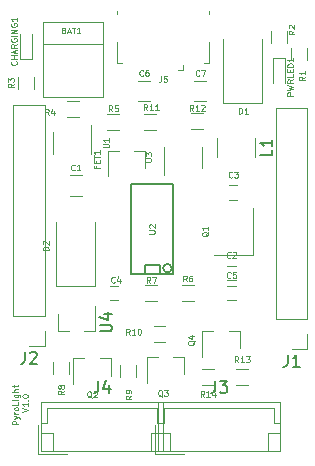
<source format=gbr>
G04 #@! TF.GenerationSoftware,KiCad,Pcbnew,(5.1.5)-3*
G04 #@! TF.CreationDate,2020-03-05T02:26:09+05:30*
G04 #@! TF.ProjectId,Pyrolight,5079726f-6c69-4676-9874-2e6b69636164,V1.0*
G04 #@! TF.SameCoordinates,Original*
G04 #@! TF.FileFunction,Legend,Top*
G04 #@! TF.FilePolarity,Positive*
%FSLAX46Y46*%
G04 Gerber Fmt 4.6, Leading zero omitted, Abs format (unit mm)*
G04 Created by KiCad (PCBNEW (5.1.5)-3) date 2020-03-05 02:26:09*
%MOMM*%
%LPD*%
G04 APERTURE LIST*
%ADD10C,0.080000*%
%ADD11C,0.120000*%
%ADD12C,0.150000*%
G04 APERTURE END LIST*
D10*
X142051190Y-111029523D02*
X141551190Y-111029523D01*
X141551190Y-110839047D01*
X141575000Y-110791428D01*
X141598809Y-110767619D01*
X141646428Y-110743809D01*
X141717857Y-110743809D01*
X141765476Y-110767619D01*
X141789285Y-110791428D01*
X141813095Y-110839047D01*
X141813095Y-111029523D01*
X141717857Y-110577142D02*
X142051190Y-110458095D01*
X141717857Y-110339047D02*
X142051190Y-110458095D01*
X142170238Y-110505714D01*
X142194047Y-110529523D01*
X142217857Y-110577142D01*
X142051190Y-110148571D02*
X141717857Y-110148571D01*
X141813095Y-110148571D02*
X141765476Y-110124761D01*
X141741666Y-110100952D01*
X141717857Y-110053333D01*
X141717857Y-110005714D01*
X142051190Y-109767619D02*
X142027380Y-109815238D01*
X142003571Y-109839047D01*
X141955952Y-109862857D01*
X141813095Y-109862857D01*
X141765476Y-109839047D01*
X141741666Y-109815238D01*
X141717857Y-109767619D01*
X141717857Y-109696190D01*
X141741666Y-109648571D01*
X141765476Y-109624761D01*
X141813095Y-109600952D01*
X141955952Y-109600952D01*
X142003571Y-109624761D01*
X142027380Y-109648571D01*
X142051190Y-109696190D01*
X142051190Y-109767619D01*
X142051190Y-109148571D02*
X142051190Y-109386666D01*
X141551190Y-109386666D01*
X142051190Y-108981904D02*
X141717857Y-108981904D01*
X141551190Y-108981904D02*
X141575000Y-109005714D01*
X141598809Y-108981904D01*
X141575000Y-108958095D01*
X141551190Y-108981904D01*
X141598809Y-108981904D01*
X141717857Y-108529523D02*
X142122619Y-108529523D01*
X142170238Y-108553333D01*
X142194047Y-108577142D01*
X142217857Y-108624761D01*
X142217857Y-108696190D01*
X142194047Y-108743809D01*
X142027380Y-108529523D02*
X142051190Y-108577142D01*
X142051190Y-108672380D01*
X142027380Y-108720000D01*
X142003571Y-108743809D01*
X141955952Y-108767619D01*
X141813095Y-108767619D01*
X141765476Y-108743809D01*
X141741666Y-108720000D01*
X141717857Y-108672380D01*
X141717857Y-108577142D01*
X141741666Y-108529523D01*
X142051190Y-108291428D02*
X141551190Y-108291428D01*
X142051190Y-108077142D02*
X141789285Y-108077142D01*
X141741666Y-108100952D01*
X141717857Y-108148571D01*
X141717857Y-108220000D01*
X141741666Y-108267619D01*
X141765476Y-108291428D01*
X141717857Y-107910476D02*
X141717857Y-107720000D01*
X141551190Y-107839047D02*
X141979761Y-107839047D01*
X142027380Y-107815238D01*
X142051190Y-107767619D01*
X142051190Y-107720000D01*
X142381190Y-109981904D02*
X142881190Y-109815238D01*
X142381190Y-109648571D01*
X142881190Y-109220000D02*
X142881190Y-109505714D01*
X142881190Y-109362857D02*
X142381190Y-109362857D01*
X142452619Y-109410476D01*
X142500238Y-109458095D01*
X142524047Y-109505714D01*
X142833571Y-109005714D02*
X142857380Y-108981904D01*
X142881190Y-109005714D01*
X142857380Y-109029523D01*
X142833571Y-109005714D01*
X142881190Y-109005714D01*
X142381190Y-108672380D02*
X142381190Y-108624761D01*
X142405000Y-108577142D01*
X142428809Y-108553333D01*
X142476428Y-108529523D01*
X142571666Y-108505714D01*
X142690714Y-108505714D01*
X142785952Y-108529523D01*
X142833571Y-108553333D01*
X142857380Y-108577142D01*
X142881190Y-108624761D01*
X142881190Y-108672380D01*
X142857380Y-108720000D01*
X142833571Y-108743809D01*
X142785952Y-108767619D01*
X142690714Y-108791428D01*
X142571666Y-108791428D01*
X142476428Y-108767619D01*
X142428809Y-108743809D01*
X142405000Y-108720000D01*
X142381190Y-108672380D01*
D11*
X149210000Y-76950000D02*
X149210000Y-83290000D01*
X144130000Y-76950000D02*
X144130000Y-83290000D01*
X144130000Y-76950000D02*
X149210000Y-76950000D01*
X149210000Y-83290000D02*
X144130000Y-83290000D01*
X149210000Y-78850000D02*
X144130000Y-78850000D01*
X146400000Y-91670000D02*
X147400000Y-91670000D01*
X147400000Y-89970000D02*
X146400000Y-89970000D01*
X159750000Y-97620000D02*
X160450000Y-97620000D01*
X160450000Y-98820000D02*
X159750000Y-98820000D01*
X160600000Y-92020000D02*
X159900000Y-92020000D01*
X159900000Y-90820000D02*
X160600000Y-90820000D01*
X149800000Y-99320000D02*
X150500000Y-99320000D01*
X150500000Y-100520000D02*
X149800000Y-100520000D01*
X160450000Y-100520000D02*
X159750000Y-100520000D01*
X159750000Y-99320000D02*
X160450000Y-99320000D01*
X152200000Y-83670000D02*
X153200000Y-83670000D01*
X153200000Y-81970000D02*
X152200000Y-81970000D01*
X157950000Y-81970000D02*
X156950000Y-81970000D01*
X156950000Y-83670000D02*
X157950000Y-83670000D01*
X142200000Y-80120000D02*
X142200000Y-78020000D01*
X143200000Y-80120000D02*
X143200000Y-78020000D01*
X142200000Y-80120000D02*
X143200000Y-80120000D01*
X159350000Y-83820000D02*
X162650000Y-83820000D01*
X162650000Y-83820000D02*
X162650000Y-78420000D01*
X159350000Y-83820000D02*
X159350000Y-78420000D01*
X145250000Y-99320000D02*
X145250000Y-93920000D01*
X148550000Y-99320000D02*
X148550000Y-93920000D01*
X145250000Y-99320000D02*
X148550000Y-99320000D01*
X152780000Y-87860000D02*
X151850000Y-87860000D01*
X149620000Y-87860000D02*
X150550000Y-87860000D01*
X149620000Y-87860000D02*
X149620000Y-90020000D01*
X152780000Y-87860000D02*
X152780000Y-89320000D01*
X164600000Y-80020000D02*
X163600000Y-80020000D01*
X163600000Y-80020000D02*
X163600000Y-82120000D01*
X164600000Y-80020000D02*
X164600000Y-82120000D01*
X161950000Y-96720000D02*
X161950000Y-92720000D01*
X158650000Y-96720000D02*
X161950000Y-96720000D01*
X149880000Y-105460000D02*
X149880000Y-106920000D01*
X146720000Y-105460000D02*
X146720000Y-107620000D01*
X146720000Y-105460000D02*
X147650000Y-105460000D01*
X149880000Y-105460000D02*
X148950000Y-105460000D01*
X156080000Y-105360000D02*
X156080000Y-106820000D01*
X152920000Y-105360000D02*
X152920000Y-107520000D01*
X152920000Y-105360000D02*
X153850000Y-105360000D01*
X156080000Y-105360000D02*
X155150000Y-105360000D01*
X160780000Y-103160000D02*
X159850000Y-103160000D01*
X157620000Y-103160000D02*
X158550000Y-103160000D01*
X157620000Y-103160000D02*
X157620000Y-105320000D01*
X160780000Y-103160000D02*
X160780000Y-104620000D01*
X165120000Y-80220000D02*
X165120000Y-79220000D01*
X166480000Y-79220000D02*
X166480000Y-80220000D01*
X164780000Y-77720000D02*
X164780000Y-78720000D01*
X163420000Y-78720000D02*
X163420000Y-77720000D01*
X143380000Y-81620000D02*
X143380000Y-82620000D01*
X142020000Y-82620000D02*
X142020000Y-81620000D01*
X146200000Y-83690000D02*
X147200000Y-83690000D01*
X147200000Y-85050000D02*
X146200000Y-85050000D01*
X150600000Y-86100000D02*
X149600000Y-86100000D01*
X149600000Y-84740000D02*
X150600000Y-84740000D01*
X156900000Y-100600000D02*
X155900000Y-100600000D01*
X155900000Y-99240000D02*
X156900000Y-99240000D01*
X152800000Y-99240000D02*
X153800000Y-99240000D01*
X153800000Y-100600000D02*
X152800000Y-100600000D01*
X146380000Y-105770000D02*
X146380000Y-106770000D01*
X145020000Y-106770000D02*
X145020000Y-105770000D01*
X151980000Y-106020000D02*
X151980000Y-107020000D01*
X150620000Y-107020000D02*
X150620000Y-106020000D01*
X153500000Y-102740000D02*
X154500000Y-102740000D01*
X154500000Y-104100000D02*
X153500000Y-104100000D01*
X152700000Y-84740000D02*
X153700000Y-84740000D01*
X153700000Y-86100000D02*
X152700000Y-86100000D01*
X157700000Y-86050000D02*
X156700000Y-86050000D01*
X156700000Y-84690000D02*
X157700000Y-84690000D01*
X161500000Y-107700000D02*
X160500000Y-107700000D01*
X160500000Y-106340000D02*
X161500000Y-106340000D01*
X158600000Y-107700000D02*
X157600000Y-107700000D01*
X157600000Y-106340000D02*
X158600000Y-106340000D01*
X144990000Y-86320000D02*
X144990000Y-88120000D01*
X148210000Y-88120000D02*
X148210000Y-85670000D01*
D12*
X154035000Y-97568000D02*
X154035000Y-98330000D01*
X152765000Y-97568000D02*
X154035000Y-97568000D01*
X152765000Y-98330000D02*
X152765000Y-97568000D01*
X155029210Y-97822000D02*
G75*
G03X155029210Y-97822000I-359210J0D01*
G01*
X155178000Y-98330000D02*
X151622000Y-98330000D01*
X151622000Y-90710000D02*
X155178000Y-90710000D01*
X155178000Y-98330000D02*
X155178000Y-90710000D01*
X151622000Y-90710000D02*
X151622000Y-98330000D01*
D11*
X154390000Y-87520000D02*
X154390000Y-89970000D01*
X157610000Y-89320000D02*
X157610000Y-87520000D01*
X158200000Y-80482500D02*
X157750000Y-80482500D01*
X158200000Y-78632500D02*
X158200000Y-80482500D01*
X150400000Y-76082500D02*
X150400000Y-76332500D01*
X158200000Y-76082500D02*
X158200000Y-76332500D01*
X150400000Y-78632500D02*
X150400000Y-80482500D01*
X150400000Y-80482500D02*
X150850000Y-80482500D01*
X156000000Y-81032500D02*
X155550000Y-81032500D01*
X156000000Y-81032500D02*
X156000000Y-80582500D01*
X158900000Y-88420000D02*
X158900000Y-86820000D01*
X162100000Y-88420000D02*
X162100000Y-86820000D01*
X145420000Y-103180000D02*
X145420000Y-101720000D01*
X148580000Y-103180000D02*
X148580000Y-101020000D01*
X148580000Y-103180000D02*
X147650000Y-103180000D01*
X145420000Y-103180000D02*
X146350000Y-103180000D01*
X166530000Y-102100000D02*
X166530000Y-84260000D01*
X166530000Y-84260000D02*
X163870000Y-84260000D01*
X163870000Y-84260000D02*
X163870000Y-102100000D01*
X163870000Y-102100000D02*
X166530000Y-102100000D01*
X166530000Y-103370000D02*
X166530000Y-104700000D01*
X166530000Y-104700000D02*
X165200000Y-104700000D01*
X144280000Y-104450000D02*
X142950000Y-104450000D01*
X144280000Y-103120000D02*
X144280000Y-104450000D01*
X141620000Y-101850000D02*
X144280000Y-101850000D01*
X141620000Y-84010000D02*
X141620000Y-101850000D01*
X144280000Y-84010000D02*
X141620000Y-84010000D01*
X144280000Y-101850000D02*
X144280000Y-84010000D01*
X153910000Y-109170000D02*
X153910000Y-113270000D01*
X153910000Y-113270000D02*
X164210000Y-113270000D01*
X164210000Y-113270000D02*
X164210000Y-109170000D01*
X164210000Y-109170000D02*
X153910000Y-109170000D01*
X153910000Y-110920000D02*
X154410000Y-110920000D01*
X154410000Y-110920000D02*
X154410000Y-109670000D01*
X154410000Y-109670000D02*
X163710000Y-109670000D01*
X163710000Y-109670000D02*
X163710000Y-110920000D01*
X163710000Y-110920000D02*
X164210000Y-110920000D01*
X153910000Y-111770000D02*
X154910000Y-111770000D01*
X154910000Y-111770000D02*
X154910000Y-113270000D01*
X164210000Y-111770000D02*
X163210000Y-111770000D01*
X163210000Y-111770000D02*
X163210000Y-113270000D01*
X153610000Y-111070000D02*
X153610000Y-113570000D01*
X153610000Y-113570000D02*
X156110000Y-113570000D01*
X143710000Y-113570000D02*
X146210000Y-113570000D01*
X143710000Y-111070000D02*
X143710000Y-113570000D01*
X153310000Y-111770000D02*
X153310000Y-113270000D01*
X154310000Y-111770000D02*
X153310000Y-111770000D01*
X145010000Y-111770000D02*
X145010000Y-113270000D01*
X144010000Y-111770000D02*
X145010000Y-111770000D01*
X153810000Y-110920000D02*
X154310000Y-110920000D01*
X153810000Y-109670000D02*
X153810000Y-110920000D01*
X144510000Y-109670000D02*
X153810000Y-109670000D01*
X144510000Y-110920000D02*
X144510000Y-109670000D01*
X144010000Y-110920000D02*
X144510000Y-110920000D01*
X154310000Y-109170000D02*
X144010000Y-109170000D01*
X154310000Y-113270000D02*
X154310000Y-109170000D01*
X144010000Y-113270000D02*
X154310000Y-113270000D01*
X144010000Y-109170000D02*
X144010000Y-113270000D01*
D10*
X145892857Y-77684285D02*
X145964285Y-77708095D01*
X145988095Y-77731904D01*
X146011904Y-77779523D01*
X146011904Y-77850952D01*
X145988095Y-77898571D01*
X145964285Y-77922380D01*
X145916666Y-77946190D01*
X145726190Y-77946190D01*
X145726190Y-77446190D01*
X145892857Y-77446190D01*
X145940476Y-77470000D01*
X145964285Y-77493809D01*
X145988095Y-77541428D01*
X145988095Y-77589047D01*
X145964285Y-77636666D01*
X145940476Y-77660476D01*
X145892857Y-77684285D01*
X145726190Y-77684285D01*
X146202380Y-77803333D02*
X146440476Y-77803333D01*
X146154761Y-77946190D02*
X146321428Y-77446190D01*
X146488095Y-77946190D01*
X146583333Y-77446190D02*
X146869047Y-77446190D01*
X146726190Y-77946190D02*
X146726190Y-77446190D01*
X147297619Y-77946190D02*
X147011904Y-77946190D01*
X147154761Y-77946190D02*
X147154761Y-77446190D01*
X147107142Y-77517619D01*
X147059523Y-77565238D01*
X147011904Y-77589047D01*
X146816666Y-89498571D02*
X146792857Y-89522380D01*
X146721428Y-89546190D01*
X146673809Y-89546190D01*
X146602380Y-89522380D01*
X146554761Y-89474761D01*
X146530952Y-89427142D01*
X146507142Y-89331904D01*
X146507142Y-89260476D01*
X146530952Y-89165238D01*
X146554761Y-89117619D01*
X146602380Y-89070000D01*
X146673809Y-89046190D01*
X146721428Y-89046190D01*
X146792857Y-89070000D01*
X146816666Y-89093809D01*
X147292857Y-89546190D02*
X147007142Y-89546190D01*
X147150000Y-89546190D02*
X147150000Y-89046190D01*
X147102380Y-89117619D01*
X147054761Y-89165238D01*
X147007142Y-89189047D01*
X160016666Y-96898571D02*
X159992857Y-96922380D01*
X159921428Y-96946190D01*
X159873809Y-96946190D01*
X159802380Y-96922380D01*
X159754761Y-96874761D01*
X159730952Y-96827142D01*
X159707142Y-96731904D01*
X159707142Y-96660476D01*
X159730952Y-96565238D01*
X159754761Y-96517619D01*
X159802380Y-96470000D01*
X159873809Y-96446190D01*
X159921428Y-96446190D01*
X159992857Y-96470000D01*
X160016666Y-96493809D01*
X160207142Y-96493809D02*
X160230952Y-96470000D01*
X160278571Y-96446190D01*
X160397619Y-96446190D01*
X160445238Y-96470000D01*
X160469047Y-96493809D01*
X160492857Y-96541428D01*
X160492857Y-96589047D01*
X160469047Y-96660476D01*
X160183333Y-96946190D01*
X160492857Y-96946190D01*
X160166666Y-90098571D02*
X160142857Y-90122380D01*
X160071428Y-90146190D01*
X160023809Y-90146190D01*
X159952380Y-90122380D01*
X159904761Y-90074761D01*
X159880952Y-90027142D01*
X159857142Y-89931904D01*
X159857142Y-89860476D01*
X159880952Y-89765238D01*
X159904761Y-89717619D01*
X159952380Y-89670000D01*
X160023809Y-89646190D01*
X160071428Y-89646190D01*
X160142857Y-89670000D01*
X160166666Y-89693809D01*
X160333333Y-89646190D02*
X160642857Y-89646190D01*
X160476190Y-89836666D01*
X160547619Y-89836666D01*
X160595238Y-89860476D01*
X160619047Y-89884285D01*
X160642857Y-89931904D01*
X160642857Y-90050952D01*
X160619047Y-90098571D01*
X160595238Y-90122380D01*
X160547619Y-90146190D01*
X160404761Y-90146190D01*
X160357142Y-90122380D01*
X160333333Y-90098571D01*
X150216666Y-98998571D02*
X150192857Y-99022380D01*
X150121428Y-99046190D01*
X150073809Y-99046190D01*
X150002380Y-99022380D01*
X149954761Y-98974761D01*
X149930952Y-98927142D01*
X149907142Y-98831904D01*
X149907142Y-98760476D01*
X149930952Y-98665238D01*
X149954761Y-98617619D01*
X150002380Y-98570000D01*
X150073809Y-98546190D01*
X150121428Y-98546190D01*
X150192857Y-98570000D01*
X150216666Y-98593809D01*
X150645238Y-98712857D02*
X150645238Y-99046190D01*
X150526190Y-98522380D02*
X150407142Y-98879523D01*
X150716666Y-98879523D01*
X160016666Y-98598571D02*
X159992857Y-98622380D01*
X159921428Y-98646190D01*
X159873809Y-98646190D01*
X159802380Y-98622380D01*
X159754761Y-98574761D01*
X159730952Y-98527142D01*
X159707142Y-98431904D01*
X159707142Y-98360476D01*
X159730952Y-98265238D01*
X159754761Y-98217619D01*
X159802380Y-98170000D01*
X159873809Y-98146190D01*
X159921428Y-98146190D01*
X159992857Y-98170000D01*
X160016666Y-98193809D01*
X160469047Y-98146190D02*
X160230952Y-98146190D01*
X160207142Y-98384285D01*
X160230952Y-98360476D01*
X160278571Y-98336666D01*
X160397619Y-98336666D01*
X160445238Y-98360476D01*
X160469047Y-98384285D01*
X160492857Y-98431904D01*
X160492857Y-98550952D01*
X160469047Y-98598571D01*
X160445238Y-98622380D01*
X160397619Y-98646190D01*
X160278571Y-98646190D01*
X160230952Y-98622380D01*
X160207142Y-98598571D01*
X152616666Y-81498571D02*
X152592857Y-81522380D01*
X152521428Y-81546190D01*
X152473809Y-81546190D01*
X152402380Y-81522380D01*
X152354761Y-81474761D01*
X152330952Y-81427142D01*
X152307142Y-81331904D01*
X152307142Y-81260476D01*
X152330952Y-81165238D01*
X152354761Y-81117619D01*
X152402380Y-81070000D01*
X152473809Y-81046190D01*
X152521428Y-81046190D01*
X152592857Y-81070000D01*
X152616666Y-81093809D01*
X153045238Y-81046190D02*
X152950000Y-81046190D01*
X152902380Y-81070000D01*
X152878571Y-81093809D01*
X152830952Y-81165238D01*
X152807142Y-81260476D01*
X152807142Y-81450952D01*
X152830952Y-81498571D01*
X152854761Y-81522380D01*
X152902380Y-81546190D01*
X152997619Y-81546190D01*
X153045238Y-81522380D01*
X153069047Y-81498571D01*
X153092857Y-81450952D01*
X153092857Y-81331904D01*
X153069047Y-81284285D01*
X153045238Y-81260476D01*
X152997619Y-81236666D01*
X152902380Y-81236666D01*
X152854761Y-81260476D01*
X152830952Y-81284285D01*
X152807142Y-81331904D01*
X157366666Y-81498571D02*
X157342857Y-81522380D01*
X157271428Y-81546190D01*
X157223809Y-81546190D01*
X157152380Y-81522380D01*
X157104761Y-81474761D01*
X157080952Y-81427142D01*
X157057142Y-81331904D01*
X157057142Y-81260476D01*
X157080952Y-81165238D01*
X157104761Y-81117619D01*
X157152380Y-81070000D01*
X157223809Y-81046190D01*
X157271428Y-81046190D01*
X157342857Y-81070000D01*
X157366666Y-81093809D01*
X157533333Y-81046190D02*
X157866666Y-81046190D01*
X157652380Y-81546190D01*
X141878571Y-80310476D02*
X141902380Y-80334285D01*
X141926190Y-80405714D01*
X141926190Y-80453333D01*
X141902380Y-80524761D01*
X141854761Y-80572380D01*
X141807142Y-80596190D01*
X141711904Y-80620000D01*
X141640476Y-80620000D01*
X141545238Y-80596190D01*
X141497619Y-80572380D01*
X141450000Y-80524761D01*
X141426190Y-80453333D01*
X141426190Y-80405714D01*
X141450000Y-80334285D01*
X141473809Y-80310476D01*
X141926190Y-80096190D02*
X141426190Y-80096190D01*
X141664285Y-80096190D02*
X141664285Y-79810476D01*
X141926190Y-79810476D02*
X141426190Y-79810476D01*
X141783333Y-79596190D02*
X141783333Y-79358095D01*
X141926190Y-79643809D02*
X141426190Y-79477142D01*
X141926190Y-79310476D01*
X141926190Y-78858095D02*
X141688095Y-79024761D01*
X141926190Y-79143809D02*
X141426190Y-79143809D01*
X141426190Y-78953333D01*
X141450000Y-78905714D01*
X141473809Y-78881904D01*
X141521428Y-78858095D01*
X141592857Y-78858095D01*
X141640476Y-78881904D01*
X141664285Y-78905714D01*
X141688095Y-78953333D01*
X141688095Y-79143809D01*
X141450000Y-78381904D02*
X141426190Y-78429523D01*
X141426190Y-78500952D01*
X141450000Y-78572380D01*
X141497619Y-78620000D01*
X141545238Y-78643809D01*
X141640476Y-78667619D01*
X141711904Y-78667619D01*
X141807142Y-78643809D01*
X141854761Y-78620000D01*
X141902380Y-78572380D01*
X141926190Y-78500952D01*
X141926190Y-78453333D01*
X141902380Y-78381904D01*
X141878571Y-78358095D01*
X141711904Y-78358095D01*
X141711904Y-78453333D01*
X141926190Y-78143809D02*
X141426190Y-78143809D01*
X141926190Y-77905714D02*
X141426190Y-77905714D01*
X141926190Y-77620000D01*
X141426190Y-77620000D01*
X141450000Y-77120000D02*
X141426190Y-77167619D01*
X141426190Y-77239047D01*
X141450000Y-77310476D01*
X141497619Y-77358095D01*
X141545238Y-77381904D01*
X141640476Y-77405714D01*
X141711904Y-77405714D01*
X141807142Y-77381904D01*
X141854761Y-77358095D01*
X141902380Y-77310476D01*
X141926190Y-77239047D01*
X141926190Y-77191428D01*
X141902380Y-77120000D01*
X141878571Y-77096190D01*
X141711904Y-77096190D01*
X141711904Y-77191428D01*
X141926190Y-76620000D02*
X141926190Y-76905714D01*
X141926190Y-76762857D02*
X141426190Y-76762857D01*
X141497619Y-76810476D01*
X141545238Y-76858095D01*
X141569047Y-76905714D01*
X160730952Y-84746190D02*
X160730952Y-84246190D01*
X160850000Y-84246190D01*
X160921428Y-84270000D01*
X160969047Y-84317619D01*
X160992857Y-84365238D01*
X161016666Y-84460476D01*
X161016666Y-84531904D01*
X160992857Y-84627142D01*
X160969047Y-84674761D01*
X160921428Y-84722380D01*
X160850000Y-84746190D01*
X160730952Y-84746190D01*
X161492857Y-84746190D02*
X161207142Y-84746190D01*
X161350000Y-84746190D02*
X161350000Y-84246190D01*
X161302380Y-84317619D01*
X161254761Y-84365238D01*
X161207142Y-84389047D01*
X144626190Y-96289047D02*
X144126190Y-96289047D01*
X144126190Y-96170000D01*
X144150000Y-96098571D01*
X144197619Y-96050952D01*
X144245238Y-96027142D01*
X144340476Y-96003333D01*
X144411904Y-96003333D01*
X144507142Y-96027142D01*
X144554761Y-96050952D01*
X144602380Y-96098571D01*
X144626190Y-96170000D01*
X144626190Y-96289047D01*
X144173809Y-95812857D02*
X144150000Y-95789047D01*
X144126190Y-95741428D01*
X144126190Y-95622380D01*
X144150000Y-95574761D01*
X144173809Y-95550952D01*
X144221428Y-95527142D01*
X144269047Y-95527142D01*
X144340476Y-95550952D01*
X144626190Y-95836666D01*
X144626190Y-95527142D01*
X148664285Y-89203333D02*
X148664285Y-89370000D01*
X148926190Y-89370000D02*
X148426190Y-89370000D01*
X148426190Y-89131904D01*
X148664285Y-88941428D02*
X148664285Y-88774761D01*
X148926190Y-88703333D02*
X148926190Y-88941428D01*
X148426190Y-88941428D01*
X148426190Y-88703333D01*
X148426190Y-88560476D02*
X148426190Y-88274761D01*
X148926190Y-88417619D02*
X148426190Y-88417619D01*
X148926190Y-87846190D02*
X148926190Y-88131904D01*
X148926190Y-87989047D02*
X148426190Y-87989047D01*
X148497619Y-88036666D01*
X148545238Y-88084285D01*
X148569047Y-88131904D01*
X165326190Y-83203333D02*
X164826190Y-83203333D01*
X164826190Y-83012857D01*
X164850000Y-82965238D01*
X164873809Y-82941428D01*
X164921428Y-82917619D01*
X164992857Y-82917619D01*
X165040476Y-82941428D01*
X165064285Y-82965238D01*
X165088095Y-83012857D01*
X165088095Y-83203333D01*
X164826190Y-82750952D02*
X165326190Y-82631904D01*
X164969047Y-82536666D01*
X165326190Y-82441428D01*
X164826190Y-82322380D01*
X165326190Y-81846190D02*
X165088095Y-82012857D01*
X165326190Y-82131904D02*
X164826190Y-82131904D01*
X164826190Y-81941428D01*
X164850000Y-81893809D01*
X164873809Y-81870000D01*
X164921428Y-81846190D01*
X164992857Y-81846190D01*
X165040476Y-81870000D01*
X165064285Y-81893809D01*
X165088095Y-81941428D01*
X165088095Y-82131904D01*
X165326190Y-81393809D02*
X165326190Y-81631904D01*
X164826190Y-81631904D01*
X165064285Y-81227142D02*
X165064285Y-81060476D01*
X165326190Y-80989047D02*
X165326190Y-81227142D01*
X164826190Y-81227142D01*
X164826190Y-80989047D01*
X165326190Y-80774761D02*
X164826190Y-80774761D01*
X164826190Y-80655714D01*
X164850000Y-80584285D01*
X164897619Y-80536666D01*
X164945238Y-80512857D01*
X165040476Y-80489047D01*
X165111904Y-80489047D01*
X165207142Y-80512857D01*
X165254761Y-80536666D01*
X165302380Y-80584285D01*
X165326190Y-80655714D01*
X165326190Y-80774761D01*
X165326190Y-80012857D02*
X165326190Y-80298571D01*
X165326190Y-80155714D02*
X164826190Y-80155714D01*
X164897619Y-80203333D01*
X164945238Y-80250952D01*
X164969047Y-80298571D01*
X158123809Y-94767619D02*
X158100000Y-94815238D01*
X158052380Y-94862857D01*
X157980952Y-94934285D01*
X157957142Y-94981904D01*
X157957142Y-95029523D01*
X158076190Y-95005714D02*
X158052380Y-95053333D01*
X158004761Y-95100952D01*
X157909523Y-95124761D01*
X157742857Y-95124761D01*
X157647619Y-95100952D01*
X157600000Y-95053333D01*
X157576190Y-95005714D01*
X157576190Y-94910476D01*
X157600000Y-94862857D01*
X157647619Y-94815238D01*
X157742857Y-94791428D01*
X157909523Y-94791428D01*
X158004761Y-94815238D01*
X158052380Y-94862857D01*
X158076190Y-94910476D01*
X158076190Y-95005714D01*
X158076190Y-94315238D02*
X158076190Y-94600952D01*
X158076190Y-94458095D02*
X157576190Y-94458095D01*
X157647619Y-94505714D01*
X157695238Y-94553333D01*
X157719047Y-94600952D01*
X148252380Y-108793809D02*
X148204761Y-108770000D01*
X148157142Y-108722380D01*
X148085714Y-108650952D01*
X148038095Y-108627142D01*
X147990476Y-108627142D01*
X148014285Y-108746190D02*
X147966666Y-108722380D01*
X147919047Y-108674761D01*
X147895238Y-108579523D01*
X147895238Y-108412857D01*
X147919047Y-108317619D01*
X147966666Y-108270000D01*
X148014285Y-108246190D01*
X148109523Y-108246190D01*
X148157142Y-108270000D01*
X148204761Y-108317619D01*
X148228571Y-108412857D01*
X148228571Y-108579523D01*
X148204761Y-108674761D01*
X148157142Y-108722380D01*
X148109523Y-108746190D01*
X148014285Y-108746190D01*
X148419047Y-108293809D02*
X148442857Y-108270000D01*
X148490476Y-108246190D01*
X148609523Y-108246190D01*
X148657142Y-108270000D01*
X148680952Y-108293809D01*
X148704761Y-108341428D01*
X148704761Y-108389047D01*
X148680952Y-108460476D01*
X148395238Y-108746190D01*
X148704761Y-108746190D01*
X154252380Y-108693809D02*
X154204761Y-108670000D01*
X154157142Y-108622380D01*
X154085714Y-108550952D01*
X154038095Y-108527142D01*
X153990476Y-108527142D01*
X154014285Y-108646190D02*
X153966666Y-108622380D01*
X153919047Y-108574761D01*
X153895238Y-108479523D01*
X153895238Y-108312857D01*
X153919047Y-108217619D01*
X153966666Y-108170000D01*
X154014285Y-108146190D01*
X154109523Y-108146190D01*
X154157142Y-108170000D01*
X154204761Y-108217619D01*
X154228571Y-108312857D01*
X154228571Y-108479523D01*
X154204761Y-108574761D01*
X154157142Y-108622380D01*
X154109523Y-108646190D01*
X154014285Y-108646190D01*
X154395238Y-108146190D02*
X154704761Y-108146190D01*
X154538095Y-108336666D01*
X154609523Y-108336666D01*
X154657142Y-108360476D01*
X154680952Y-108384285D01*
X154704761Y-108431904D01*
X154704761Y-108550952D01*
X154680952Y-108598571D01*
X154657142Y-108622380D01*
X154609523Y-108646190D01*
X154466666Y-108646190D01*
X154419047Y-108622380D01*
X154395238Y-108598571D01*
X156973809Y-103967619D02*
X156950000Y-104015238D01*
X156902380Y-104062857D01*
X156830952Y-104134285D01*
X156807142Y-104181904D01*
X156807142Y-104229523D01*
X156926190Y-104205714D02*
X156902380Y-104253333D01*
X156854761Y-104300952D01*
X156759523Y-104324761D01*
X156592857Y-104324761D01*
X156497619Y-104300952D01*
X156450000Y-104253333D01*
X156426190Y-104205714D01*
X156426190Y-104110476D01*
X156450000Y-104062857D01*
X156497619Y-104015238D01*
X156592857Y-103991428D01*
X156759523Y-103991428D01*
X156854761Y-104015238D01*
X156902380Y-104062857D01*
X156926190Y-104110476D01*
X156926190Y-104205714D01*
X156592857Y-103562857D02*
X156926190Y-103562857D01*
X156402380Y-103681904D02*
X156759523Y-103800952D01*
X156759523Y-103491428D01*
X166326190Y-81603333D02*
X166088095Y-81770000D01*
X166326190Y-81889047D02*
X165826190Y-81889047D01*
X165826190Y-81698571D01*
X165850000Y-81650952D01*
X165873809Y-81627142D01*
X165921428Y-81603333D01*
X165992857Y-81603333D01*
X166040476Y-81627142D01*
X166064285Y-81650952D01*
X166088095Y-81698571D01*
X166088095Y-81889047D01*
X166326190Y-81127142D02*
X166326190Y-81412857D01*
X166326190Y-81270000D02*
X165826190Y-81270000D01*
X165897619Y-81317619D01*
X165945238Y-81365238D01*
X165969047Y-81412857D01*
X165426190Y-77703333D02*
X165188095Y-77870000D01*
X165426190Y-77989047D02*
X164926190Y-77989047D01*
X164926190Y-77798571D01*
X164950000Y-77750952D01*
X164973809Y-77727142D01*
X165021428Y-77703333D01*
X165092857Y-77703333D01*
X165140476Y-77727142D01*
X165164285Y-77750952D01*
X165188095Y-77798571D01*
X165188095Y-77989047D01*
X164973809Y-77512857D02*
X164950000Y-77489047D01*
X164926190Y-77441428D01*
X164926190Y-77322380D01*
X164950000Y-77274761D01*
X164973809Y-77250952D01*
X165021428Y-77227142D01*
X165069047Y-77227142D01*
X165140476Y-77250952D01*
X165426190Y-77536666D01*
X165426190Y-77227142D01*
X141676190Y-82203333D02*
X141438095Y-82370000D01*
X141676190Y-82489047D02*
X141176190Y-82489047D01*
X141176190Y-82298571D01*
X141200000Y-82250952D01*
X141223809Y-82227142D01*
X141271428Y-82203333D01*
X141342857Y-82203333D01*
X141390476Y-82227142D01*
X141414285Y-82250952D01*
X141438095Y-82298571D01*
X141438095Y-82489047D01*
X141176190Y-82036666D02*
X141176190Y-81727142D01*
X141366666Y-81893809D01*
X141366666Y-81822380D01*
X141390476Y-81774761D01*
X141414285Y-81750952D01*
X141461904Y-81727142D01*
X141580952Y-81727142D01*
X141628571Y-81750952D01*
X141652380Y-81774761D01*
X141676190Y-81822380D01*
X141676190Y-81965238D01*
X141652380Y-82012857D01*
X141628571Y-82036666D01*
X144616666Y-84846190D02*
X144450000Y-84608095D01*
X144330952Y-84846190D02*
X144330952Y-84346190D01*
X144521428Y-84346190D01*
X144569047Y-84370000D01*
X144592857Y-84393809D01*
X144616666Y-84441428D01*
X144616666Y-84512857D01*
X144592857Y-84560476D01*
X144569047Y-84584285D01*
X144521428Y-84608095D01*
X144330952Y-84608095D01*
X145045238Y-84512857D02*
X145045238Y-84846190D01*
X144926190Y-84322380D02*
X144807142Y-84679523D01*
X145116666Y-84679523D01*
X150016666Y-84546190D02*
X149850000Y-84308095D01*
X149730952Y-84546190D02*
X149730952Y-84046190D01*
X149921428Y-84046190D01*
X149969047Y-84070000D01*
X149992857Y-84093809D01*
X150016666Y-84141428D01*
X150016666Y-84212857D01*
X149992857Y-84260476D01*
X149969047Y-84284285D01*
X149921428Y-84308095D01*
X149730952Y-84308095D01*
X150469047Y-84046190D02*
X150230952Y-84046190D01*
X150207142Y-84284285D01*
X150230952Y-84260476D01*
X150278571Y-84236666D01*
X150397619Y-84236666D01*
X150445238Y-84260476D01*
X150469047Y-84284285D01*
X150492857Y-84331904D01*
X150492857Y-84450952D01*
X150469047Y-84498571D01*
X150445238Y-84522380D01*
X150397619Y-84546190D01*
X150278571Y-84546190D01*
X150230952Y-84522380D01*
X150207142Y-84498571D01*
X156316666Y-98946190D02*
X156150000Y-98708095D01*
X156030952Y-98946190D02*
X156030952Y-98446190D01*
X156221428Y-98446190D01*
X156269047Y-98470000D01*
X156292857Y-98493809D01*
X156316666Y-98541428D01*
X156316666Y-98612857D01*
X156292857Y-98660476D01*
X156269047Y-98684285D01*
X156221428Y-98708095D01*
X156030952Y-98708095D01*
X156745238Y-98446190D02*
X156650000Y-98446190D01*
X156602380Y-98470000D01*
X156578571Y-98493809D01*
X156530952Y-98565238D01*
X156507142Y-98660476D01*
X156507142Y-98850952D01*
X156530952Y-98898571D01*
X156554761Y-98922380D01*
X156602380Y-98946190D01*
X156697619Y-98946190D01*
X156745238Y-98922380D01*
X156769047Y-98898571D01*
X156792857Y-98850952D01*
X156792857Y-98731904D01*
X156769047Y-98684285D01*
X156745238Y-98660476D01*
X156697619Y-98636666D01*
X156602380Y-98636666D01*
X156554761Y-98660476D01*
X156530952Y-98684285D01*
X156507142Y-98731904D01*
X153216666Y-99046190D02*
X153050000Y-98808095D01*
X152930952Y-99046190D02*
X152930952Y-98546190D01*
X153121428Y-98546190D01*
X153169047Y-98570000D01*
X153192857Y-98593809D01*
X153216666Y-98641428D01*
X153216666Y-98712857D01*
X153192857Y-98760476D01*
X153169047Y-98784285D01*
X153121428Y-98808095D01*
X152930952Y-98808095D01*
X153383333Y-98546190D02*
X153716666Y-98546190D01*
X153502380Y-99046190D01*
X145926190Y-108203333D02*
X145688095Y-108370000D01*
X145926190Y-108489047D02*
X145426190Y-108489047D01*
X145426190Y-108298571D01*
X145450000Y-108250952D01*
X145473809Y-108227142D01*
X145521428Y-108203333D01*
X145592857Y-108203333D01*
X145640476Y-108227142D01*
X145664285Y-108250952D01*
X145688095Y-108298571D01*
X145688095Y-108489047D01*
X145640476Y-107917619D02*
X145616666Y-107965238D01*
X145592857Y-107989047D01*
X145545238Y-108012857D01*
X145521428Y-108012857D01*
X145473809Y-107989047D01*
X145450000Y-107965238D01*
X145426190Y-107917619D01*
X145426190Y-107822380D01*
X145450000Y-107774761D01*
X145473809Y-107750952D01*
X145521428Y-107727142D01*
X145545238Y-107727142D01*
X145592857Y-107750952D01*
X145616666Y-107774761D01*
X145640476Y-107822380D01*
X145640476Y-107917619D01*
X145664285Y-107965238D01*
X145688095Y-107989047D01*
X145735714Y-108012857D01*
X145830952Y-108012857D01*
X145878571Y-107989047D01*
X145902380Y-107965238D01*
X145926190Y-107917619D01*
X145926190Y-107822380D01*
X145902380Y-107774761D01*
X145878571Y-107750952D01*
X145830952Y-107727142D01*
X145735714Y-107727142D01*
X145688095Y-107750952D01*
X145664285Y-107774761D01*
X145640476Y-107822380D01*
X151626190Y-108603333D02*
X151388095Y-108770000D01*
X151626190Y-108889047D02*
X151126190Y-108889047D01*
X151126190Y-108698571D01*
X151150000Y-108650952D01*
X151173809Y-108627142D01*
X151221428Y-108603333D01*
X151292857Y-108603333D01*
X151340476Y-108627142D01*
X151364285Y-108650952D01*
X151388095Y-108698571D01*
X151388095Y-108889047D01*
X151626190Y-108365238D02*
X151626190Y-108270000D01*
X151602380Y-108222380D01*
X151578571Y-108198571D01*
X151507142Y-108150952D01*
X151411904Y-108127142D01*
X151221428Y-108127142D01*
X151173809Y-108150952D01*
X151150000Y-108174761D01*
X151126190Y-108222380D01*
X151126190Y-108317619D01*
X151150000Y-108365238D01*
X151173809Y-108389047D01*
X151221428Y-108412857D01*
X151340476Y-108412857D01*
X151388095Y-108389047D01*
X151411904Y-108365238D01*
X151435714Y-108317619D01*
X151435714Y-108222380D01*
X151411904Y-108174761D01*
X151388095Y-108150952D01*
X151340476Y-108127142D01*
X151478571Y-103446190D02*
X151311904Y-103208095D01*
X151192857Y-103446190D02*
X151192857Y-102946190D01*
X151383333Y-102946190D01*
X151430952Y-102970000D01*
X151454761Y-102993809D01*
X151478571Y-103041428D01*
X151478571Y-103112857D01*
X151454761Y-103160476D01*
X151430952Y-103184285D01*
X151383333Y-103208095D01*
X151192857Y-103208095D01*
X151954761Y-103446190D02*
X151669047Y-103446190D01*
X151811904Y-103446190D02*
X151811904Y-102946190D01*
X151764285Y-103017619D01*
X151716666Y-103065238D01*
X151669047Y-103089047D01*
X152264285Y-102946190D02*
X152311904Y-102946190D01*
X152359523Y-102970000D01*
X152383333Y-102993809D01*
X152407142Y-103041428D01*
X152430952Y-103136666D01*
X152430952Y-103255714D01*
X152407142Y-103350952D01*
X152383333Y-103398571D01*
X152359523Y-103422380D01*
X152311904Y-103446190D01*
X152264285Y-103446190D01*
X152216666Y-103422380D01*
X152192857Y-103398571D01*
X152169047Y-103350952D01*
X152145238Y-103255714D01*
X152145238Y-103136666D01*
X152169047Y-103041428D01*
X152192857Y-102993809D01*
X152216666Y-102970000D01*
X152264285Y-102946190D01*
X152978571Y-84446190D02*
X152811904Y-84208095D01*
X152692857Y-84446190D02*
X152692857Y-83946190D01*
X152883333Y-83946190D01*
X152930952Y-83970000D01*
X152954761Y-83993809D01*
X152978571Y-84041428D01*
X152978571Y-84112857D01*
X152954761Y-84160476D01*
X152930952Y-84184285D01*
X152883333Y-84208095D01*
X152692857Y-84208095D01*
X153454761Y-84446190D02*
X153169047Y-84446190D01*
X153311904Y-84446190D02*
X153311904Y-83946190D01*
X153264285Y-84017619D01*
X153216666Y-84065238D01*
X153169047Y-84089047D01*
X153930952Y-84446190D02*
X153645238Y-84446190D01*
X153788095Y-84446190D02*
X153788095Y-83946190D01*
X153740476Y-84017619D01*
X153692857Y-84065238D01*
X153645238Y-84089047D01*
X156878571Y-84496190D02*
X156711904Y-84258095D01*
X156592857Y-84496190D02*
X156592857Y-83996190D01*
X156783333Y-83996190D01*
X156830952Y-84020000D01*
X156854761Y-84043809D01*
X156878571Y-84091428D01*
X156878571Y-84162857D01*
X156854761Y-84210476D01*
X156830952Y-84234285D01*
X156783333Y-84258095D01*
X156592857Y-84258095D01*
X157354761Y-84496190D02*
X157069047Y-84496190D01*
X157211904Y-84496190D02*
X157211904Y-83996190D01*
X157164285Y-84067619D01*
X157116666Y-84115238D01*
X157069047Y-84139047D01*
X157545238Y-84043809D02*
X157569047Y-84020000D01*
X157616666Y-83996190D01*
X157735714Y-83996190D01*
X157783333Y-84020000D01*
X157807142Y-84043809D01*
X157830952Y-84091428D01*
X157830952Y-84139047D01*
X157807142Y-84210476D01*
X157521428Y-84496190D01*
X157830952Y-84496190D01*
X160678571Y-105796190D02*
X160511904Y-105558095D01*
X160392857Y-105796190D02*
X160392857Y-105296190D01*
X160583333Y-105296190D01*
X160630952Y-105320000D01*
X160654761Y-105343809D01*
X160678571Y-105391428D01*
X160678571Y-105462857D01*
X160654761Y-105510476D01*
X160630952Y-105534285D01*
X160583333Y-105558095D01*
X160392857Y-105558095D01*
X161154761Y-105796190D02*
X160869047Y-105796190D01*
X161011904Y-105796190D02*
X161011904Y-105296190D01*
X160964285Y-105367619D01*
X160916666Y-105415238D01*
X160869047Y-105439047D01*
X161321428Y-105296190D02*
X161630952Y-105296190D01*
X161464285Y-105486666D01*
X161535714Y-105486666D01*
X161583333Y-105510476D01*
X161607142Y-105534285D01*
X161630952Y-105581904D01*
X161630952Y-105700952D01*
X161607142Y-105748571D01*
X161583333Y-105772380D01*
X161535714Y-105796190D01*
X161392857Y-105796190D01*
X161345238Y-105772380D01*
X161321428Y-105748571D01*
X157778571Y-108696190D02*
X157611904Y-108458095D01*
X157492857Y-108696190D02*
X157492857Y-108196190D01*
X157683333Y-108196190D01*
X157730952Y-108220000D01*
X157754761Y-108243809D01*
X157778571Y-108291428D01*
X157778571Y-108362857D01*
X157754761Y-108410476D01*
X157730952Y-108434285D01*
X157683333Y-108458095D01*
X157492857Y-108458095D01*
X158254761Y-108696190D02*
X157969047Y-108696190D01*
X158111904Y-108696190D02*
X158111904Y-108196190D01*
X158064285Y-108267619D01*
X158016666Y-108315238D01*
X157969047Y-108339047D01*
X158683333Y-108362857D02*
X158683333Y-108696190D01*
X158564285Y-108172380D02*
X158445238Y-108529523D01*
X158754761Y-108529523D01*
X149226190Y-87600952D02*
X149630952Y-87600952D01*
X149678571Y-87577142D01*
X149702380Y-87553333D01*
X149726190Y-87505714D01*
X149726190Y-87410476D01*
X149702380Y-87362857D01*
X149678571Y-87339047D01*
X149630952Y-87315238D01*
X149226190Y-87315238D01*
X149726190Y-86815238D02*
X149726190Y-87100952D01*
X149726190Y-86958095D02*
X149226190Y-86958095D01*
X149297619Y-87005714D01*
X149345238Y-87053333D01*
X149369047Y-87100952D01*
X153126190Y-94900952D02*
X153530952Y-94900952D01*
X153578571Y-94877142D01*
X153602380Y-94853333D01*
X153626190Y-94805714D01*
X153626190Y-94710476D01*
X153602380Y-94662857D01*
X153578571Y-94639047D01*
X153530952Y-94615238D01*
X153126190Y-94615238D01*
X153173809Y-94400952D02*
X153150000Y-94377142D01*
X153126190Y-94329523D01*
X153126190Y-94210476D01*
X153150000Y-94162857D01*
X153173809Y-94139047D01*
X153221428Y-94115238D01*
X153269047Y-94115238D01*
X153340476Y-94139047D01*
X153626190Y-94424761D01*
X153626190Y-94115238D01*
X152826190Y-88800952D02*
X153230952Y-88800952D01*
X153278571Y-88777142D01*
X153302380Y-88753333D01*
X153326190Y-88705714D01*
X153326190Y-88610476D01*
X153302380Y-88562857D01*
X153278571Y-88539047D01*
X153230952Y-88515238D01*
X152826190Y-88515238D01*
X152826190Y-88324761D02*
X152826190Y-88015238D01*
X153016666Y-88181904D01*
X153016666Y-88110476D01*
X153040476Y-88062857D01*
X153064285Y-88039047D01*
X153111904Y-88015238D01*
X153230952Y-88015238D01*
X153278571Y-88039047D01*
X153302380Y-88062857D01*
X153326190Y-88110476D01*
X153326190Y-88253333D01*
X153302380Y-88300952D01*
X153278571Y-88324761D01*
X154133333Y-81558690D02*
X154133333Y-81915833D01*
X154109523Y-81987261D01*
X154061904Y-82034880D01*
X153990476Y-82058690D01*
X153942857Y-82058690D01*
X154609523Y-81558690D02*
X154371428Y-81558690D01*
X154347619Y-81796785D01*
X154371428Y-81772976D01*
X154419047Y-81749166D01*
X154538095Y-81749166D01*
X154585714Y-81772976D01*
X154609523Y-81796785D01*
X154633333Y-81844404D01*
X154633333Y-81963452D01*
X154609523Y-82011071D01*
X154585714Y-82034880D01*
X154538095Y-82058690D01*
X154419047Y-82058690D01*
X154371428Y-82034880D01*
X154347619Y-82011071D01*
D12*
X163552380Y-87786666D02*
X163552380Y-88262857D01*
X162552380Y-88262857D01*
X163552380Y-86929523D02*
X163552380Y-87500952D01*
X163552380Y-87215238D02*
X162552380Y-87215238D01*
X162695238Y-87310476D01*
X162790476Y-87405714D01*
X162838095Y-87500952D01*
X148952380Y-103181904D02*
X149761904Y-103181904D01*
X149857142Y-103134285D01*
X149904761Y-103086666D01*
X149952380Y-102991428D01*
X149952380Y-102800952D01*
X149904761Y-102705714D01*
X149857142Y-102658095D01*
X149761904Y-102610476D01*
X148952380Y-102610476D01*
X149285714Y-101705714D02*
X149952380Y-101705714D01*
X148904761Y-101943809D02*
X149619047Y-102181904D01*
X149619047Y-101562857D01*
X164866666Y-105152380D02*
X164866666Y-105866666D01*
X164819047Y-106009523D01*
X164723809Y-106104761D01*
X164580952Y-106152380D01*
X164485714Y-106152380D01*
X165866666Y-106152380D02*
X165295238Y-106152380D01*
X165580952Y-106152380D02*
X165580952Y-105152380D01*
X165485714Y-105295238D01*
X165390476Y-105390476D01*
X165295238Y-105438095D01*
X142616666Y-104902380D02*
X142616666Y-105616666D01*
X142569047Y-105759523D01*
X142473809Y-105854761D01*
X142330952Y-105902380D01*
X142235714Y-105902380D01*
X143045238Y-104997619D02*
X143092857Y-104950000D01*
X143188095Y-104902380D01*
X143426190Y-104902380D01*
X143521428Y-104950000D01*
X143569047Y-104997619D01*
X143616666Y-105092857D01*
X143616666Y-105188095D01*
X143569047Y-105330952D01*
X142997619Y-105902380D01*
X143616666Y-105902380D01*
X158726666Y-107372380D02*
X158726666Y-108086666D01*
X158679047Y-108229523D01*
X158583809Y-108324761D01*
X158440952Y-108372380D01*
X158345714Y-108372380D01*
X159107619Y-107372380D02*
X159726666Y-107372380D01*
X159393333Y-107753333D01*
X159536190Y-107753333D01*
X159631428Y-107800952D01*
X159679047Y-107848571D01*
X159726666Y-107943809D01*
X159726666Y-108181904D01*
X159679047Y-108277142D01*
X159631428Y-108324761D01*
X159536190Y-108372380D01*
X159250476Y-108372380D01*
X159155238Y-108324761D01*
X159107619Y-108277142D01*
X148826666Y-107372380D02*
X148826666Y-108086666D01*
X148779047Y-108229523D01*
X148683809Y-108324761D01*
X148540952Y-108372380D01*
X148445714Y-108372380D01*
X149731428Y-107705714D02*
X149731428Y-108372380D01*
X149493333Y-107324761D02*
X149255238Y-108039047D01*
X149874285Y-108039047D01*
M02*

</source>
